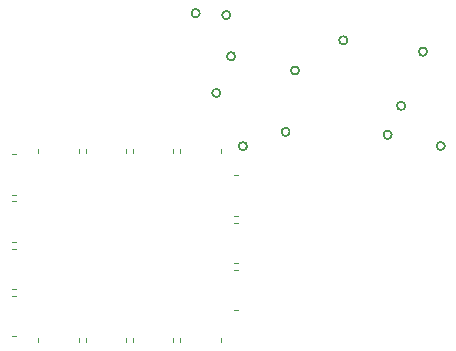
<source format=gbr>
%TF.GenerationSoftware,KiCad,Pcbnew,9.0.6*%
%TF.CreationDate,2026-02-02T20:31:11-05:00*%
%TF.ProjectId,Modular_Load,4d6f6475-6c61-4725-9f4c-6f61642e6b69,rev?*%
%TF.SameCoordinates,Original*%
%TF.FileFunction,Legend,Bot*%
%TF.FilePolarity,Positive*%
%FSLAX46Y46*%
G04 Gerber Fmt 4.6, Leading zero omitted, Abs format (unit mm)*
G04 Created by KiCad (PCBNEW 9.0.6) date 2026-02-02 20:31:11*
%MOMM*%
%LPD*%
G01*
G04 APERTURE LIST*
%ADD10C,0.150000*%
%ADD11C,0.120000*%
G04 APERTURE END LIST*
D10*
X126445837Y-60105392D02*
G75*
G02*
X125745837Y-60105392I-350000J0D01*
G01*
X125745837Y-60105392D02*
G75*
G02*
X126445837Y-60105392I350000J0D01*
G01*
X136350000Y-62250000D02*
G75*
G02*
X135650000Y-62250000I-350000J0D01*
G01*
X135650000Y-62250000D02*
G75*
G02*
X136350000Y-62250000I350000J0D01*
G01*
X143093928Y-63208332D02*
G75*
G02*
X142393928Y-63208332I-350000J0D01*
G01*
X142393928Y-63208332D02*
G75*
G02*
X143093928Y-63208332I350000J0D01*
G01*
X141241629Y-67799387D02*
G75*
G02*
X140541629Y-67799387I-350000J0D01*
G01*
X140541629Y-67799387D02*
G75*
G02*
X141241629Y-67799387I350000J0D01*
G01*
X140100000Y-70250000D02*
G75*
G02*
X139400000Y-70250000I-350000J0D01*
G01*
X139400000Y-70250000D02*
G75*
G02*
X140100000Y-70250000I350000J0D01*
G01*
X127847860Y-71207758D02*
G75*
G02*
X127147860Y-71207758I-350000J0D01*
G01*
X127147860Y-71207758D02*
G75*
G02*
X127847860Y-71207758I350000J0D01*
G01*
X131462494Y-70002880D02*
G75*
G02*
X130762494Y-70002880I-350000J0D01*
G01*
X130762494Y-70002880D02*
G75*
G02*
X131462494Y-70002880I350000J0D01*
G01*
X132257413Y-64803407D02*
G75*
G02*
X131557413Y-64803407I-350000J0D01*
G01*
X131557413Y-64803407D02*
G75*
G02*
X132257413Y-64803407I350000J0D01*
G01*
X126847961Y-63598529D02*
G75*
G02*
X126147961Y-63598529I-350000J0D01*
G01*
X126147961Y-63598529D02*
G75*
G02*
X126847961Y-63598529I350000J0D01*
G01*
X125598975Y-66707162D02*
G75*
G02*
X124898975Y-66707162I-350000J0D01*
G01*
X124898975Y-66707162D02*
G75*
G02*
X125598975Y-66707162I350000J0D01*
G01*
X123850000Y-59949000D02*
G75*
G02*
X123150000Y-59949000I-350000J0D01*
G01*
X123150000Y-59949000D02*
G75*
G02*
X123850000Y-59949000I350000J0D01*
G01*
X127855302Y-71205715D02*
G75*
G02*
X127155302Y-71205715I-350000J0D01*
G01*
X127155302Y-71205715D02*
G75*
G02*
X127855302Y-71205715I350000J0D01*
G01*
X144596893Y-71195384D02*
G75*
G02*
X143896893Y-71195384I-350000J0D01*
G01*
X143896893Y-71195384D02*
G75*
G02*
X144596893Y-71195384I350000J0D01*
G01*
D11*
%TO.C,TJ15*%
X122190000Y-71782983D02*
X122190000Y-71417017D01*
X125610000Y-71782983D02*
X125610000Y-71417017D01*
%TO.C,TJ21*%
X126717017Y-73690000D02*
X127082983Y-73690000D01*
X126717017Y-77110000D02*
X127082983Y-77110000D01*
%TO.C,TJ9*%
X108282983Y-71890000D02*
X107917017Y-71890000D01*
X108282983Y-75310000D02*
X107917017Y-75310000D01*
%TO.C,TJ12*%
X108282983Y-83890000D02*
X107917017Y-83890000D01*
X108282983Y-87310000D02*
X107917017Y-87310000D01*
%TO.C,TJ13*%
X110190000Y-87417017D02*
X110190000Y-87782983D01*
X113610000Y-87417017D02*
X113610000Y-87782983D01*
%TO.C,TJ20*%
X118190000Y-87417017D02*
X118190000Y-87782983D01*
X121610000Y-87417017D02*
X121610000Y-87782983D01*
%TO.C,TJ14*%
X114190000Y-87417017D02*
X114190000Y-87782983D01*
X117610000Y-87417017D02*
X117610000Y-87782983D01*
%TO.C,TJ23*%
X126717017Y-77690000D02*
X127082983Y-77690000D01*
X126717017Y-81110000D02*
X127082983Y-81110000D01*
%TO.C,TJ17*%
X114190000Y-71782983D02*
X114190000Y-71417017D01*
X117610000Y-71782983D02*
X117610000Y-71417017D01*
%TO.C,TJ10*%
X108282983Y-75890000D02*
X107917017Y-75890000D01*
X108282983Y-79310000D02*
X107917017Y-79310000D01*
%TO.C,TJ16*%
X118190000Y-71782983D02*
X118190000Y-71417017D01*
X121610000Y-71782983D02*
X121610000Y-71417017D01*
%TO.C,TJ22*%
X126717017Y-81690000D02*
X127082983Y-81690000D01*
X126717017Y-85110000D02*
X127082983Y-85110000D01*
%TO.C,TJ18*%
X110190000Y-71782983D02*
X110190000Y-71417017D01*
X113610000Y-71782983D02*
X113610000Y-71417017D01*
%TO.C,TJ19*%
X122190000Y-87417017D02*
X122190000Y-87782983D01*
X125610000Y-87417017D02*
X125610000Y-87782983D01*
%TO.C,TJ11*%
X108282983Y-79890000D02*
X107917017Y-79890000D01*
X108282983Y-83310000D02*
X107917017Y-83310000D01*
%TD*%
M02*

</source>
